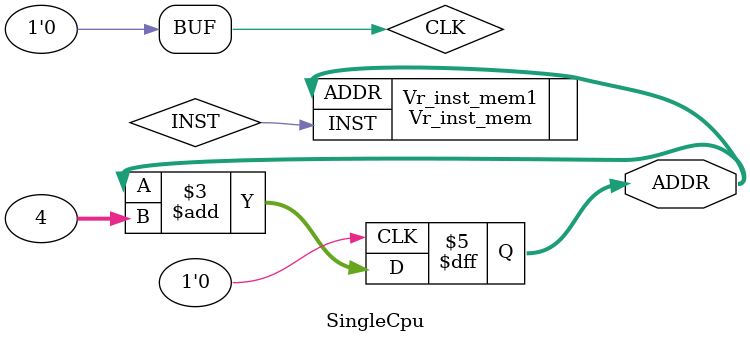
<source format=v>
module SingleCpu(ADDR);
    reg CLK;
    output reg [31:0] ADDR;


    Vr_inst_mem Vr_inst_mem1(.ADDR(ADDR), .INST(INST));




    initial begin
        CLK = 1;
    end


    always begin
        #6 CLK = 1;
        #4 CLK = 0;
    end

    always @(posedge CLK) begin
        ADDR = ADDR + 4;
    end




endmodule
</source>
